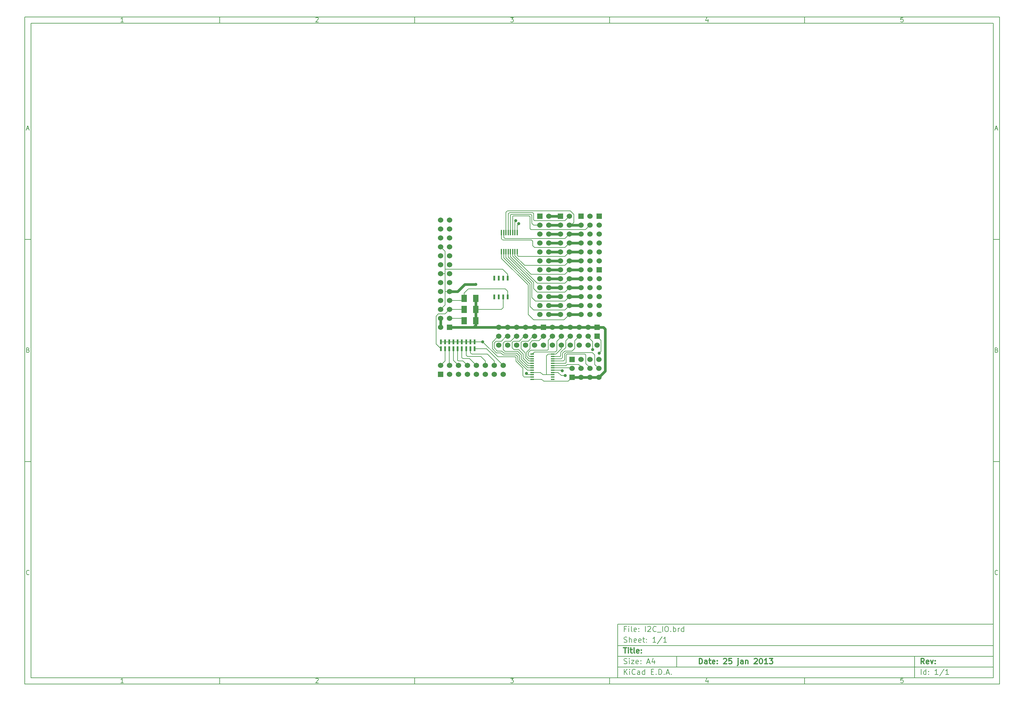
<source format=gtl>
G04 (created by PCBNEW-RS274X (2012-apr-16-27)-stable) date Fri 25 Jan 2013 18:12:53 GMT*
G01*
G70*
G90*
%MOIN*%
G04 Gerber Fmt 3.4, Leading zero omitted, Abs format*
%FSLAX34Y34*%
G04 APERTURE LIST*
%ADD10C,0.006000*%
%ADD11C,0.012000*%
%ADD12R,0.060000X0.060000*%
%ADD13C,0.060000*%
%ADD14R,0.060000X0.080000*%
%ADD15R,0.023600X0.055100*%
%ADD16R,0.017700X0.059000*%
%ADD17R,0.039000X0.012000*%
%ADD18C,0.035000*%
%ADD19C,0.008000*%
%ADD20C,0.029500*%
G04 APERTURE END LIST*
G54D10*
X04000Y-04000D02*
X113000Y-04000D01*
X113000Y-78670D01*
X04000Y-78670D01*
X04000Y-04000D01*
X04700Y-04700D02*
X112300Y-04700D01*
X112300Y-77970D01*
X04700Y-77970D01*
X04700Y-04700D01*
X25800Y-04000D02*
X25800Y-04700D01*
X15043Y-04552D02*
X14757Y-04552D01*
X14900Y-04552D02*
X14900Y-04052D01*
X14852Y-04124D01*
X14805Y-04171D01*
X14757Y-04195D01*
X25800Y-78670D02*
X25800Y-77970D01*
X15043Y-78522D02*
X14757Y-78522D01*
X14900Y-78522D02*
X14900Y-78022D01*
X14852Y-78094D01*
X14805Y-78141D01*
X14757Y-78165D01*
X47600Y-04000D02*
X47600Y-04700D01*
X36557Y-04100D02*
X36581Y-04076D01*
X36629Y-04052D01*
X36748Y-04052D01*
X36795Y-04076D01*
X36819Y-04100D01*
X36843Y-04148D01*
X36843Y-04195D01*
X36819Y-04267D01*
X36533Y-04552D01*
X36843Y-04552D01*
X47600Y-78670D02*
X47600Y-77970D01*
X36557Y-78070D02*
X36581Y-78046D01*
X36629Y-78022D01*
X36748Y-78022D01*
X36795Y-78046D01*
X36819Y-78070D01*
X36843Y-78118D01*
X36843Y-78165D01*
X36819Y-78237D01*
X36533Y-78522D01*
X36843Y-78522D01*
X69400Y-04000D02*
X69400Y-04700D01*
X58333Y-04052D02*
X58643Y-04052D01*
X58476Y-04243D01*
X58548Y-04243D01*
X58595Y-04267D01*
X58619Y-04290D01*
X58643Y-04338D01*
X58643Y-04457D01*
X58619Y-04505D01*
X58595Y-04529D01*
X58548Y-04552D01*
X58405Y-04552D01*
X58357Y-04529D01*
X58333Y-04505D01*
X69400Y-78670D02*
X69400Y-77970D01*
X58333Y-78022D02*
X58643Y-78022D01*
X58476Y-78213D01*
X58548Y-78213D01*
X58595Y-78237D01*
X58619Y-78260D01*
X58643Y-78308D01*
X58643Y-78427D01*
X58619Y-78475D01*
X58595Y-78499D01*
X58548Y-78522D01*
X58405Y-78522D01*
X58357Y-78499D01*
X58333Y-78475D01*
X91200Y-04000D02*
X91200Y-04700D01*
X80395Y-04219D02*
X80395Y-04552D01*
X80276Y-04029D02*
X80157Y-04386D01*
X80467Y-04386D01*
X91200Y-78670D02*
X91200Y-77970D01*
X80395Y-78189D02*
X80395Y-78522D01*
X80276Y-77999D02*
X80157Y-78356D01*
X80467Y-78356D01*
X102219Y-04052D02*
X101981Y-04052D01*
X101957Y-04290D01*
X101981Y-04267D01*
X102029Y-04243D01*
X102148Y-04243D01*
X102195Y-04267D01*
X102219Y-04290D01*
X102243Y-04338D01*
X102243Y-04457D01*
X102219Y-04505D01*
X102195Y-04529D01*
X102148Y-04552D01*
X102029Y-04552D01*
X101981Y-04529D01*
X101957Y-04505D01*
X102219Y-78022D02*
X101981Y-78022D01*
X101957Y-78260D01*
X101981Y-78237D01*
X102029Y-78213D01*
X102148Y-78213D01*
X102195Y-78237D01*
X102219Y-78260D01*
X102243Y-78308D01*
X102243Y-78427D01*
X102219Y-78475D01*
X102195Y-78499D01*
X102148Y-78522D01*
X102029Y-78522D01*
X101981Y-78499D01*
X101957Y-78475D01*
X04000Y-28890D02*
X04700Y-28890D01*
X04231Y-16510D02*
X04469Y-16510D01*
X04184Y-16652D02*
X04350Y-16152D01*
X04517Y-16652D01*
X113000Y-28890D02*
X112300Y-28890D01*
X112531Y-16510D02*
X112769Y-16510D01*
X112484Y-16652D02*
X112650Y-16152D01*
X112817Y-16652D01*
X04000Y-53780D02*
X04700Y-53780D01*
X04386Y-41280D02*
X04457Y-41304D01*
X04481Y-41328D01*
X04505Y-41376D01*
X04505Y-41447D01*
X04481Y-41495D01*
X04457Y-41519D01*
X04410Y-41542D01*
X04219Y-41542D01*
X04219Y-41042D01*
X04386Y-41042D01*
X04433Y-41066D01*
X04457Y-41090D01*
X04481Y-41138D01*
X04481Y-41185D01*
X04457Y-41233D01*
X04433Y-41257D01*
X04386Y-41280D01*
X04219Y-41280D01*
X113000Y-53780D02*
X112300Y-53780D01*
X112686Y-41280D02*
X112757Y-41304D01*
X112781Y-41328D01*
X112805Y-41376D01*
X112805Y-41447D01*
X112781Y-41495D01*
X112757Y-41519D01*
X112710Y-41542D01*
X112519Y-41542D01*
X112519Y-41042D01*
X112686Y-41042D01*
X112733Y-41066D01*
X112757Y-41090D01*
X112781Y-41138D01*
X112781Y-41185D01*
X112757Y-41233D01*
X112733Y-41257D01*
X112686Y-41280D01*
X112519Y-41280D01*
X04505Y-66385D02*
X04481Y-66409D01*
X04410Y-66432D01*
X04362Y-66432D01*
X04290Y-66409D01*
X04243Y-66361D01*
X04219Y-66313D01*
X04195Y-66218D01*
X04195Y-66147D01*
X04219Y-66051D01*
X04243Y-66004D01*
X04290Y-65956D01*
X04362Y-65932D01*
X04410Y-65932D01*
X04481Y-65956D01*
X04505Y-65980D01*
X112805Y-66385D02*
X112781Y-66409D01*
X112710Y-66432D01*
X112662Y-66432D01*
X112590Y-66409D01*
X112543Y-66361D01*
X112519Y-66313D01*
X112495Y-66218D01*
X112495Y-66147D01*
X112519Y-66051D01*
X112543Y-66004D01*
X112590Y-65956D01*
X112662Y-65932D01*
X112710Y-65932D01*
X112781Y-65956D01*
X112805Y-65980D01*
G54D11*
X79443Y-76413D02*
X79443Y-75813D01*
X79586Y-75813D01*
X79671Y-75841D01*
X79729Y-75899D01*
X79757Y-75956D01*
X79786Y-76070D01*
X79786Y-76156D01*
X79757Y-76270D01*
X79729Y-76327D01*
X79671Y-76384D01*
X79586Y-76413D01*
X79443Y-76413D01*
X80300Y-76413D02*
X80300Y-76099D01*
X80271Y-76041D01*
X80214Y-76013D01*
X80100Y-76013D01*
X80043Y-76041D01*
X80300Y-76384D02*
X80243Y-76413D01*
X80100Y-76413D01*
X80043Y-76384D01*
X80014Y-76327D01*
X80014Y-76270D01*
X80043Y-76213D01*
X80100Y-76184D01*
X80243Y-76184D01*
X80300Y-76156D01*
X80500Y-76013D02*
X80729Y-76013D01*
X80586Y-75813D02*
X80586Y-76327D01*
X80614Y-76384D01*
X80672Y-76413D01*
X80729Y-76413D01*
X81157Y-76384D02*
X81100Y-76413D01*
X80986Y-76413D01*
X80929Y-76384D01*
X80900Y-76327D01*
X80900Y-76099D01*
X80929Y-76041D01*
X80986Y-76013D01*
X81100Y-76013D01*
X81157Y-76041D01*
X81186Y-76099D01*
X81186Y-76156D01*
X80900Y-76213D01*
X81443Y-76356D02*
X81471Y-76384D01*
X81443Y-76413D01*
X81414Y-76384D01*
X81443Y-76356D01*
X81443Y-76413D01*
X81443Y-76041D02*
X81471Y-76070D01*
X81443Y-76099D01*
X81414Y-76070D01*
X81443Y-76041D01*
X81443Y-76099D01*
X82157Y-75870D02*
X82186Y-75841D01*
X82243Y-75813D01*
X82386Y-75813D01*
X82443Y-75841D01*
X82472Y-75870D01*
X82500Y-75927D01*
X82500Y-75984D01*
X82472Y-76070D01*
X82129Y-76413D01*
X82500Y-76413D01*
X83043Y-75813D02*
X82757Y-75813D01*
X82728Y-76099D01*
X82757Y-76070D01*
X82814Y-76041D01*
X82957Y-76041D01*
X83014Y-76070D01*
X83043Y-76099D01*
X83071Y-76156D01*
X83071Y-76299D01*
X83043Y-76356D01*
X83014Y-76384D01*
X82957Y-76413D01*
X82814Y-76413D01*
X82757Y-76384D01*
X82728Y-76356D01*
X83785Y-76013D02*
X83785Y-76527D01*
X83756Y-76584D01*
X83699Y-76613D01*
X83671Y-76613D01*
X83785Y-75813D02*
X83756Y-75841D01*
X83785Y-75870D01*
X83813Y-75841D01*
X83785Y-75813D01*
X83785Y-75870D01*
X84328Y-76413D02*
X84328Y-76099D01*
X84299Y-76041D01*
X84242Y-76013D01*
X84128Y-76013D01*
X84071Y-76041D01*
X84328Y-76384D02*
X84271Y-76413D01*
X84128Y-76413D01*
X84071Y-76384D01*
X84042Y-76327D01*
X84042Y-76270D01*
X84071Y-76213D01*
X84128Y-76184D01*
X84271Y-76184D01*
X84328Y-76156D01*
X84614Y-76013D02*
X84614Y-76413D01*
X84614Y-76070D02*
X84642Y-76041D01*
X84700Y-76013D01*
X84785Y-76013D01*
X84842Y-76041D01*
X84871Y-76099D01*
X84871Y-76413D01*
X85585Y-75870D02*
X85614Y-75841D01*
X85671Y-75813D01*
X85814Y-75813D01*
X85871Y-75841D01*
X85900Y-75870D01*
X85928Y-75927D01*
X85928Y-75984D01*
X85900Y-76070D01*
X85557Y-76413D01*
X85928Y-76413D01*
X86299Y-75813D02*
X86356Y-75813D01*
X86413Y-75841D01*
X86442Y-75870D01*
X86471Y-75927D01*
X86499Y-76041D01*
X86499Y-76184D01*
X86471Y-76299D01*
X86442Y-76356D01*
X86413Y-76384D01*
X86356Y-76413D01*
X86299Y-76413D01*
X86242Y-76384D01*
X86213Y-76356D01*
X86185Y-76299D01*
X86156Y-76184D01*
X86156Y-76041D01*
X86185Y-75927D01*
X86213Y-75870D01*
X86242Y-75841D01*
X86299Y-75813D01*
X87070Y-76413D02*
X86727Y-76413D01*
X86899Y-76413D02*
X86899Y-75813D01*
X86842Y-75899D01*
X86784Y-75956D01*
X86727Y-75984D01*
X87270Y-75813D02*
X87641Y-75813D01*
X87441Y-76041D01*
X87527Y-76041D01*
X87584Y-76070D01*
X87613Y-76099D01*
X87641Y-76156D01*
X87641Y-76299D01*
X87613Y-76356D01*
X87584Y-76384D01*
X87527Y-76413D01*
X87355Y-76413D01*
X87298Y-76384D01*
X87270Y-76356D01*
G54D10*
X71043Y-77613D02*
X71043Y-77013D01*
X71386Y-77613D02*
X71129Y-77270D01*
X71386Y-77013D02*
X71043Y-77356D01*
X71643Y-77613D02*
X71643Y-77213D01*
X71643Y-77013D02*
X71614Y-77041D01*
X71643Y-77070D01*
X71671Y-77041D01*
X71643Y-77013D01*
X71643Y-77070D01*
X72272Y-77556D02*
X72243Y-77584D01*
X72157Y-77613D01*
X72100Y-77613D01*
X72015Y-77584D01*
X71957Y-77527D01*
X71929Y-77470D01*
X71900Y-77356D01*
X71900Y-77270D01*
X71929Y-77156D01*
X71957Y-77099D01*
X72015Y-77041D01*
X72100Y-77013D01*
X72157Y-77013D01*
X72243Y-77041D01*
X72272Y-77070D01*
X72786Y-77613D02*
X72786Y-77299D01*
X72757Y-77241D01*
X72700Y-77213D01*
X72586Y-77213D01*
X72529Y-77241D01*
X72786Y-77584D02*
X72729Y-77613D01*
X72586Y-77613D01*
X72529Y-77584D01*
X72500Y-77527D01*
X72500Y-77470D01*
X72529Y-77413D01*
X72586Y-77384D01*
X72729Y-77384D01*
X72786Y-77356D01*
X73329Y-77613D02*
X73329Y-77013D01*
X73329Y-77584D02*
X73272Y-77613D01*
X73158Y-77613D01*
X73100Y-77584D01*
X73072Y-77556D01*
X73043Y-77499D01*
X73043Y-77327D01*
X73072Y-77270D01*
X73100Y-77241D01*
X73158Y-77213D01*
X73272Y-77213D01*
X73329Y-77241D01*
X74072Y-77299D02*
X74272Y-77299D01*
X74358Y-77613D02*
X74072Y-77613D01*
X74072Y-77013D01*
X74358Y-77013D01*
X74615Y-77556D02*
X74643Y-77584D01*
X74615Y-77613D01*
X74586Y-77584D01*
X74615Y-77556D01*
X74615Y-77613D01*
X74901Y-77613D02*
X74901Y-77013D01*
X75044Y-77013D01*
X75129Y-77041D01*
X75187Y-77099D01*
X75215Y-77156D01*
X75244Y-77270D01*
X75244Y-77356D01*
X75215Y-77470D01*
X75187Y-77527D01*
X75129Y-77584D01*
X75044Y-77613D01*
X74901Y-77613D01*
X75501Y-77556D02*
X75529Y-77584D01*
X75501Y-77613D01*
X75472Y-77584D01*
X75501Y-77556D01*
X75501Y-77613D01*
X75758Y-77441D02*
X76044Y-77441D01*
X75701Y-77613D02*
X75901Y-77013D01*
X76101Y-77613D01*
X76301Y-77556D02*
X76329Y-77584D01*
X76301Y-77613D01*
X76272Y-77584D01*
X76301Y-77556D01*
X76301Y-77613D01*
G54D11*
X104586Y-76413D02*
X104386Y-76127D01*
X104243Y-76413D02*
X104243Y-75813D01*
X104471Y-75813D01*
X104529Y-75841D01*
X104557Y-75870D01*
X104586Y-75927D01*
X104586Y-76013D01*
X104557Y-76070D01*
X104529Y-76099D01*
X104471Y-76127D01*
X104243Y-76127D01*
X105071Y-76384D02*
X105014Y-76413D01*
X104900Y-76413D01*
X104843Y-76384D01*
X104814Y-76327D01*
X104814Y-76099D01*
X104843Y-76041D01*
X104900Y-76013D01*
X105014Y-76013D01*
X105071Y-76041D01*
X105100Y-76099D01*
X105100Y-76156D01*
X104814Y-76213D01*
X105300Y-76013D02*
X105443Y-76413D01*
X105585Y-76013D01*
X105814Y-76356D02*
X105842Y-76384D01*
X105814Y-76413D01*
X105785Y-76384D01*
X105814Y-76356D01*
X105814Y-76413D01*
X105814Y-76041D02*
X105842Y-76070D01*
X105814Y-76099D01*
X105785Y-76070D01*
X105814Y-76041D01*
X105814Y-76099D01*
G54D10*
X71014Y-76384D02*
X71100Y-76413D01*
X71243Y-76413D01*
X71300Y-76384D01*
X71329Y-76356D01*
X71357Y-76299D01*
X71357Y-76241D01*
X71329Y-76184D01*
X71300Y-76156D01*
X71243Y-76127D01*
X71129Y-76099D01*
X71071Y-76070D01*
X71043Y-76041D01*
X71014Y-75984D01*
X71014Y-75927D01*
X71043Y-75870D01*
X71071Y-75841D01*
X71129Y-75813D01*
X71271Y-75813D01*
X71357Y-75841D01*
X71614Y-76413D02*
X71614Y-76013D01*
X71614Y-75813D02*
X71585Y-75841D01*
X71614Y-75870D01*
X71642Y-75841D01*
X71614Y-75813D01*
X71614Y-75870D01*
X71843Y-76013D02*
X72157Y-76013D01*
X71843Y-76413D01*
X72157Y-76413D01*
X72614Y-76384D02*
X72557Y-76413D01*
X72443Y-76413D01*
X72386Y-76384D01*
X72357Y-76327D01*
X72357Y-76099D01*
X72386Y-76041D01*
X72443Y-76013D01*
X72557Y-76013D01*
X72614Y-76041D01*
X72643Y-76099D01*
X72643Y-76156D01*
X72357Y-76213D01*
X72900Y-76356D02*
X72928Y-76384D01*
X72900Y-76413D01*
X72871Y-76384D01*
X72900Y-76356D01*
X72900Y-76413D01*
X72900Y-76041D02*
X72928Y-76070D01*
X72900Y-76099D01*
X72871Y-76070D01*
X72900Y-76041D01*
X72900Y-76099D01*
X73614Y-76241D02*
X73900Y-76241D01*
X73557Y-76413D02*
X73757Y-75813D01*
X73957Y-76413D01*
X74414Y-76013D02*
X74414Y-76413D01*
X74271Y-75784D02*
X74128Y-76213D01*
X74500Y-76213D01*
X104243Y-77613D02*
X104243Y-77013D01*
X104786Y-77613D02*
X104786Y-77013D01*
X104786Y-77584D02*
X104729Y-77613D01*
X104615Y-77613D01*
X104557Y-77584D01*
X104529Y-77556D01*
X104500Y-77499D01*
X104500Y-77327D01*
X104529Y-77270D01*
X104557Y-77241D01*
X104615Y-77213D01*
X104729Y-77213D01*
X104786Y-77241D01*
X105072Y-77556D02*
X105100Y-77584D01*
X105072Y-77613D01*
X105043Y-77584D01*
X105072Y-77556D01*
X105072Y-77613D01*
X105072Y-77241D02*
X105100Y-77270D01*
X105072Y-77299D01*
X105043Y-77270D01*
X105072Y-77241D01*
X105072Y-77299D01*
X106129Y-77613D02*
X105786Y-77613D01*
X105958Y-77613D02*
X105958Y-77013D01*
X105901Y-77099D01*
X105843Y-77156D01*
X105786Y-77184D01*
X106814Y-76984D02*
X106300Y-77756D01*
X107329Y-77613D02*
X106986Y-77613D01*
X107158Y-77613D02*
X107158Y-77013D01*
X107101Y-77099D01*
X107043Y-77156D01*
X106986Y-77184D01*
G54D11*
X70957Y-74613D02*
X71300Y-74613D01*
X71129Y-75213D02*
X71129Y-74613D01*
X71500Y-75213D02*
X71500Y-74813D01*
X71500Y-74613D02*
X71471Y-74641D01*
X71500Y-74670D01*
X71528Y-74641D01*
X71500Y-74613D01*
X71500Y-74670D01*
X71700Y-74813D02*
X71929Y-74813D01*
X71786Y-74613D02*
X71786Y-75127D01*
X71814Y-75184D01*
X71872Y-75213D01*
X71929Y-75213D01*
X72215Y-75213D02*
X72157Y-75184D01*
X72129Y-75127D01*
X72129Y-74613D01*
X72671Y-75184D02*
X72614Y-75213D01*
X72500Y-75213D01*
X72443Y-75184D01*
X72414Y-75127D01*
X72414Y-74899D01*
X72443Y-74841D01*
X72500Y-74813D01*
X72614Y-74813D01*
X72671Y-74841D01*
X72700Y-74899D01*
X72700Y-74956D01*
X72414Y-75013D01*
X72957Y-75156D02*
X72985Y-75184D01*
X72957Y-75213D01*
X72928Y-75184D01*
X72957Y-75156D01*
X72957Y-75213D01*
X72957Y-74841D02*
X72985Y-74870D01*
X72957Y-74899D01*
X72928Y-74870D01*
X72957Y-74841D01*
X72957Y-74899D01*
G54D10*
X71243Y-72499D02*
X71043Y-72499D01*
X71043Y-72813D02*
X71043Y-72213D01*
X71329Y-72213D01*
X71557Y-72813D02*
X71557Y-72413D01*
X71557Y-72213D02*
X71528Y-72241D01*
X71557Y-72270D01*
X71585Y-72241D01*
X71557Y-72213D01*
X71557Y-72270D01*
X71929Y-72813D02*
X71871Y-72784D01*
X71843Y-72727D01*
X71843Y-72213D01*
X72385Y-72784D02*
X72328Y-72813D01*
X72214Y-72813D01*
X72157Y-72784D01*
X72128Y-72727D01*
X72128Y-72499D01*
X72157Y-72441D01*
X72214Y-72413D01*
X72328Y-72413D01*
X72385Y-72441D01*
X72414Y-72499D01*
X72414Y-72556D01*
X72128Y-72613D01*
X72671Y-72756D02*
X72699Y-72784D01*
X72671Y-72813D01*
X72642Y-72784D01*
X72671Y-72756D01*
X72671Y-72813D01*
X72671Y-72441D02*
X72699Y-72470D01*
X72671Y-72499D01*
X72642Y-72470D01*
X72671Y-72441D01*
X72671Y-72499D01*
X73414Y-72813D02*
X73414Y-72213D01*
X73671Y-72270D02*
X73700Y-72241D01*
X73757Y-72213D01*
X73900Y-72213D01*
X73957Y-72241D01*
X73986Y-72270D01*
X74014Y-72327D01*
X74014Y-72384D01*
X73986Y-72470D01*
X73643Y-72813D01*
X74014Y-72813D01*
X74614Y-72756D02*
X74585Y-72784D01*
X74499Y-72813D01*
X74442Y-72813D01*
X74357Y-72784D01*
X74299Y-72727D01*
X74271Y-72670D01*
X74242Y-72556D01*
X74242Y-72470D01*
X74271Y-72356D01*
X74299Y-72299D01*
X74357Y-72241D01*
X74442Y-72213D01*
X74499Y-72213D01*
X74585Y-72241D01*
X74614Y-72270D01*
X74728Y-72870D02*
X75185Y-72870D01*
X75328Y-72813D02*
X75328Y-72213D01*
X75728Y-72213D02*
X75842Y-72213D01*
X75900Y-72241D01*
X75957Y-72299D01*
X75985Y-72413D01*
X75985Y-72613D01*
X75957Y-72727D01*
X75900Y-72784D01*
X75842Y-72813D01*
X75728Y-72813D01*
X75671Y-72784D01*
X75614Y-72727D01*
X75585Y-72613D01*
X75585Y-72413D01*
X75614Y-72299D01*
X75671Y-72241D01*
X75728Y-72213D01*
X76243Y-72756D02*
X76271Y-72784D01*
X76243Y-72813D01*
X76214Y-72784D01*
X76243Y-72756D01*
X76243Y-72813D01*
X76529Y-72813D02*
X76529Y-72213D01*
X76529Y-72441D02*
X76586Y-72413D01*
X76700Y-72413D01*
X76757Y-72441D01*
X76786Y-72470D01*
X76815Y-72527D01*
X76815Y-72699D01*
X76786Y-72756D01*
X76757Y-72784D01*
X76700Y-72813D01*
X76586Y-72813D01*
X76529Y-72784D01*
X77072Y-72813D02*
X77072Y-72413D01*
X77072Y-72527D02*
X77100Y-72470D01*
X77129Y-72441D01*
X77186Y-72413D01*
X77243Y-72413D01*
X77700Y-72813D02*
X77700Y-72213D01*
X77700Y-72784D02*
X77643Y-72813D01*
X77529Y-72813D01*
X77471Y-72784D01*
X77443Y-72756D01*
X77414Y-72699D01*
X77414Y-72527D01*
X77443Y-72470D01*
X77471Y-72441D01*
X77529Y-72413D01*
X77643Y-72413D01*
X77700Y-72441D01*
X71014Y-73984D02*
X71100Y-74013D01*
X71243Y-74013D01*
X71300Y-73984D01*
X71329Y-73956D01*
X71357Y-73899D01*
X71357Y-73841D01*
X71329Y-73784D01*
X71300Y-73756D01*
X71243Y-73727D01*
X71129Y-73699D01*
X71071Y-73670D01*
X71043Y-73641D01*
X71014Y-73584D01*
X71014Y-73527D01*
X71043Y-73470D01*
X71071Y-73441D01*
X71129Y-73413D01*
X71271Y-73413D01*
X71357Y-73441D01*
X71614Y-74013D02*
X71614Y-73413D01*
X71871Y-74013D02*
X71871Y-73699D01*
X71842Y-73641D01*
X71785Y-73613D01*
X71700Y-73613D01*
X71642Y-73641D01*
X71614Y-73670D01*
X72385Y-73984D02*
X72328Y-74013D01*
X72214Y-74013D01*
X72157Y-73984D01*
X72128Y-73927D01*
X72128Y-73699D01*
X72157Y-73641D01*
X72214Y-73613D01*
X72328Y-73613D01*
X72385Y-73641D01*
X72414Y-73699D01*
X72414Y-73756D01*
X72128Y-73813D01*
X72899Y-73984D02*
X72842Y-74013D01*
X72728Y-74013D01*
X72671Y-73984D01*
X72642Y-73927D01*
X72642Y-73699D01*
X72671Y-73641D01*
X72728Y-73613D01*
X72842Y-73613D01*
X72899Y-73641D01*
X72928Y-73699D01*
X72928Y-73756D01*
X72642Y-73813D01*
X73099Y-73613D02*
X73328Y-73613D01*
X73185Y-73413D02*
X73185Y-73927D01*
X73213Y-73984D01*
X73271Y-74013D01*
X73328Y-74013D01*
X73528Y-73956D02*
X73556Y-73984D01*
X73528Y-74013D01*
X73499Y-73984D01*
X73528Y-73956D01*
X73528Y-74013D01*
X73528Y-73641D02*
X73556Y-73670D01*
X73528Y-73699D01*
X73499Y-73670D01*
X73528Y-73641D01*
X73528Y-73699D01*
X74585Y-74013D02*
X74242Y-74013D01*
X74414Y-74013D02*
X74414Y-73413D01*
X74357Y-73499D01*
X74299Y-73556D01*
X74242Y-73584D01*
X75270Y-73384D02*
X74756Y-74156D01*
X75785Y-74013D02*
X75442Y-74013D01*
X75614Y-74013D02*
X75614Y-73413D01*
X75557Y-73499D01*
X75499Y-73556D01*
X75442Y-73584D01*
X70300Y-71970D02*
X70300Y-77970D01*
X70300Y-71970D02*
X112300Y-71970D01*
X70300Y-71970D02*
X112300Y-71970D01*
X70300Y-74370D02*
X112300Y-74370D01*
X103500Y-75570D02*
X103500Y-77970D01*
X70300Y-76770D02*
X112300Y-76770D01*
X70300Y-75570D02*
X112300Y-75570D01*
X76900Y-75570D02*
X76900Y-76770D01*
G54D12*
X50500Y-44000D03*
G54D13*
X50500Y-43000D03*
X51500Y-44000D03*
X51500Y-43000D03*
X52500Y-44000D03*
X52500Y-43000D03*
X53500Y-44000D03*
X53500Y-43000D03*
X54500Y-44000D03*
X54500Y-43000D03*
X55500Y-44000D03*
X55500Y-43000D03*
X56500Y-44000D03*
X56500Y-43000D03*
X57500Y-44000D03*
X57500Y-43000D03*
G54D14*
X54450Y-35500D03*
X53150Y-35500D03*
X54450Y-38000D03*
X53150Y-38000D03*
X54450Y-36750D03*
X53150Y-36750D03*
G54D12*
X51500Y-38750D03*
G54D13*
X50500Y-38750D03*
X51500Y-37750D03*
X50500Y-37750D03*
X51500Y-36750D03*
X50500Y-36750D03*
X51500Y-35750D03*
X50500Y-35750D03*
X51500Y-34750D03*
X50500Y-34750D03*
X51500Y-33750D03*
X50500Y-33750D03*
X51500Y-32750D03*
X50500Y-32750D03*
X51500Y-31750D03*
X50500Y-31750D03*
X51500Y-30750D03*
X50500Y-30750D03*
X51500Y-29750D03*
X50500Y-29750D03*
X51500Y-28750D03*
X50500Y-28750D03*
X51500Y-27750D03*
X50500Y-27750D03*
X51500Y-26750D03*
X50500Y-26750D03*
G54D15*
X56500Y-33250D03*
X56500Y-35350D03*
X57000Y-33250D03*
X57500Y-33250D03*
X58000Y-33250D03*
X57000Y-35350D03*
X57500Y-35350D03*
X58000Y-35350D03*
X53838Y-40356D03*
X53838Y-41144D03*
X52892Y-40356D03*
X52892Y-41144D03*
X52419Y-40356D03*
X53364Y-41144D03*
X53364Y-40356D03*
X54310Y-41144D03*
X52419Y-41144D03*
X54310Y-40356D03*
X51947Y-40356D03*
X50530Y-41144D03*
X51947Y-41144D03*
X51474Y-40356D03*
X51474Y-41144D03*
X50530Y-40356D03*
X51002Y-41144D03*
X51002Y-40356D03*
G54D12*
X65200Y-42350D03*
G54D13*
X66200Y-42350D03*
X67200Y-42350D03*
X68200Y-42350D03*
G54D12*
X68000Y-39750D03*
G54D13*
X68000Y-40750D03*
X67000Y-39750D03*
X67000Y-40750D03*
X66000Y-39750D03*
X66000Y-40750D03*
X65000Y-39750D03*
X65000Y-40750D03*
X64000Y-39750D03*
X64000Y-40750D03*
X63000Y-39750D03*
X63000Y-40750D03*
X62000Y-39750D03*
X62000Y-40750D03*
X61000Y-39750D03*
X61000Y-40750D03*
X60000Y-39750D03*
X60000Y-40750D03*
X59000Y-39750D03*
X59000Y-40750D03*
X58000Y-39750D03*
X58000Y-40750D03*
X57000Y-39750D03*
X57000Y-40750D03*
G54D12*
X61600Y-26300D03*
G54D13*
X62600Y-26300D03*
X61600Y-27300D03*
X62600Y-27300D03*
X61600Y-28300D03*
X62600Y-28300D03*
X61600Y-29300D03*
X62600Y-29300D03*
X61600Y-30300D03*
X62600Y-30300D03*
X61600Y-31300D03*
X62600Y-31300D03*
X61600Y-32300D03*
X62600Y-32300D03*
X61600Y-33300D03*
X62600Y-33300D03*
X61600Y-34300D03*
X62600Y-34300D03*
X61600Y-35300D03*
X62600Y-35300D03*
X61600Y-36300D03*
X62600Y-36300D03*
X61600Y-37300D03*
X62600Y-37300D03*
G54D12*
X63900Y-26300D03*
G54D13*
X64900Y-26300D03*
X63900Y-27300D03*
X64900Y-27300D03*
X63900Y-28300D03*
X64900Y-28300D03*
X63900Y-29300D03*
X64900Y-29300D03*
X63900Y-30300D03*
X64900Y-30300D03*
X63900Y-31300D03*
X64900Y-31300D03*
X63900Y-32300D03*
X64900Y-32300D03*
X63900Y-33300D03*
X64900Y-33300D03*
X63900Y-34300D03*
X64900Y-34300D03*
X63900Y-35300D03*
X64900Y-35300D03*
X63900Y-36300D03*
X64900Y-36300D03*
X63900Y-37300D03*
X64900Y-37300D03*
G54D12*
X66200Y-26300D03*
G54D13*
X67200Y-26300D03*
X66200Y-27300D03*
X67200Y-27300D03*
X66200Y-28300D03*
X67200Y-28300D03*
X66200Y-29300D03*
X67200Y-29300D03*
X66200Y-30300D03*
X67200Y-30300D03*
X66200Y-31300D03*
X67200Y-31300D03*
X66200Y-32300D03*
X67200Y-32300D03*
X66200Y-33300D03*
X67200Y-33300D03*
X66200Y-34300D03*
X67200Y-34300D03*
X66200Y-35300D03*
X67200Y-35300D03*
X66200Y-36300D03*
X67200Y-36300D03*
X66200Y-37300D03*
X67200Y-37300D03*
G54D16*
X57325Y-30259D03*
X57575Y-30259D03*
X57825Y-30259D03*
X58075Y-30259D03*
X58325Y-30259D03*
X58575Y-30259D03*
X58825Y-30259D03*
X59075Y-30259D03*
X59075Y-28141D03*
X58825Y-28141D03*
X58575Y-28141D03*
X58325Y-28141D03*
X58075Y-28141D03*
X57825Y-28141D03*
X57575Y-28141D03*
X57325Y-28141D03*
G54D17*
X63048Y-44557D03*
X63048Y-44301D03*
X63048Y-44045D03*
X63048Y-43789D03*
X63048Y-43533D03*
X63048Y-43277D03*
X63048Y-43023D03*
X63048Y-42767D03*
X63048Y-42511D03*
X63048Y-42255D03*
X63048Y-41999D03*
X63048Y-41743D03*
X60752Y-41743D03*
X60752Y-41999D03*
X60752Y-42255D03*
X60752Y-42511D03*
X60752Y-42767D03*
X60752Y-43023D03*
X60752Y-43277D03*
X60752Y-43533D03*
X60752Y-43789D03*
X60752Y-44045D03*
X60752Y-44301D03*
X60752Y-44557D03*
G54D12*
X68000Y-38750D03*
G54D13*
X67000Y-38750D03*
X66000Y-38750D03*
X65000Y-38750D03*
X64000Y-38750D03*
X63000Y-38750D03*
G54D12*
X68250Y-32300D03*
G54D13*
X68250Y-33300D03*
X68250Y-34300D03*
X68250Y-35300D03*
X68250Y-36300D03*
X68250Y-37300D03*
G54D12*
X65200Y-44350D03*
G54D13*
X65200Y-43350D03*
X66200Y-44350D03*
X66200Y-43350D03*
X67200Y-44350D03*
X67200Y-43350D03*
X68200Y-44350D03*
X68200Y-43350D03*
G54D12*
X62000Y-38750D03*
G54D13*
X61000Y-38750D03*
X60000Y-38750D03*
X59000Y-38750D03*
X58000Y-38750D03*
X57000Y-38750D03*
G54D12*
X68250Y-26300D03*
G54D13*
X68250Y-27300D03*
X68250Y-28300D03*
X68250Y-29300D03*
X68250Y-30300D03*
X68250Y-31300D03*
G54D18*
X54450Y-33950D03*
X59250Y-27150D03*
X55206Y-40356D03*
X60100Y-43900D03*
X58900Y-26800D03*
X67500Y-41250D03*
X64100Y-43600D03*
X64450Y-44150D03*
X68250Y-41650D03*
G54D19*
X63048Y-41743D02*
X63407Y-41743D01*
X50500Y-36750D02*
X51000Y-36250D01*
X51000Y-36250D02*
X51000Y-34750D01*
X64000Y-41150D02*
X64000Y-40750D01*
X58000Y-33250D02*
X58000Y-32800D01*
X62350Y-44045D02*
X63048Y-44045D01*
X61945Y-44045D02*
X62350Y-44045D01*
X60752Y-43789D02*
X61689Y-43789D01*
X51000Y-32750D02*
X51000Y-32250D01*
X51000Y-34750D02*
X51000Y-32750D01*
X62557Y-41743D02*
X62350Y-41950D01*
X62350Y-41950D02*
X62350Y-44045D01*
X58000Y-32800D02*
X57450Y-32250D01*
X51000Y-30250D02*
X50500Y-29750D01*
X50500Y-32750D02*
X51000Y-32750D01*
X67200Y-27300D02*
X66700Y-27800D01*
X51500Y-34750D02*
X51000Y-34750D01*
X63407Y-41743D02*
X64000Y-41150D01*
X51000Y-32250D02*
X51000Y-30250D01*
X58575Y-26307D02*
X58575Y-28141D01*
X60500Y-27700D02*
X60600Y-27800D01*
X60600Y-27800D02*
X66700Y-27800D01*
X58575Y-26307D02*
X58600Y-26282D01*
X60400Y-26282D02*
X60500Y-26382D01*
X58600Y-26282D02*
X60400Y-26282D01*
X60500Y-26382D02*
X60500Y-27700D01*
G54D20*
X51500Y-34750D02*
X52400Y-34750D01*
X53200Y-33950D02*
X54450Y-33950D01*
X52400Y-34750D02*
X53200Y-33950D01*
G54D19*
X61689Y-43789D02*
X61945Y-44045D01*
X63048Y-41743D02*
X62557Y-41743D01*
X57450Y-32250D02*
X51000Y-32250D01*
X53150Y-35500D02*
X53150Y-34900D01*
X58000Y-34700D02*
X58000Y-35350D01*
X57750Y-34450D02*
X58000Y-34700D01*
X53600Y-34450D02*
X57750Y-34450D01*
X53150Y-34900D02*
X53600Y-34450D01*
X51500Y-35750D02*
X52900Y-35750D01*
X52900Y-35750D02*
X53150Y-35500D01*
X60700Y-26200D02*
X60700Y-27100D01*
G54D20*
X51500Y-38750D02*
X54200Y-38750D01*
G54D19*
X61807Y-44557D02*
X62030Y-44780D01*
X60752Y-44557D02*
X61807Y-44557D01*
X64770Y-44780D02*
X65200Y-44350D01*
X62030Y-44780D02*
X64770Y-44780D01*
X58400Y-26100D02*
X60600Y-26100D01*
G54D20*
X54200Y-38750D02*
X57000Y-38750D01*
X68900Y-43650D02*
X68200Y-44350D01*
G54D19*
X58325Y-28141D02*
X58325Y-26175D01*
G54D20*
X68900Y-38950D02*
X68900Y-43650D01*
X54450Y-38500D02*
X54200Y-38750D01*
X68700Y-38750D02*
X68900Y-38950D01*
G54D19*
X58325Y-26175D02*
X58400Y-26100D01*
G54D20*
X54450Y-38000D02*
X54450Y-38500D01*
X54450Y-36750D02*
X54450Y-38000D01*
X68000Y-38750D02*
X68700Y-38750D01*
X54450Y-35500D02*
X54450Y-36750D01*
G54D19*
X60900Y-27300D02*
X61600Y-27300D01*
X60700Y-27100D02*
X60900Y-27300D01*
X60600Y-26100D02*
X60700Y-26200D01*
G54D20*
X67000Y-38750D02*
X68000Y-38750D01*
X64000Y-38750D02*
X65000Y-38750D01*
X63000Y-38750D02*
X64000Y-38750D01*
X65000Y-38750D02*
X66000Y-38750D01*
X62000Y-38750D02*
X63000Y-38750D01*
X66000Y-38750D02*
X67000Y-38750D01*
G54D19*
X54450Y-36750D02*
X57300Y-36750D01*
X57300Y-36750D02*
X57500Y-36550D01*
G54D20*
X66200Y-44350D02*
X65200Y-44350D01*
G54D19*
X57500Y-36550D02*
X57500Y-35350D01*
G54D20*
X68200Y-44350D02*
X67200Y-44350D01*
X67200Y-44350D02*
X66200Y-44350D01*
X59000Y-38750D02*
X60000Y-38750D01*
X60000Y-38750D02*
X61000Y-38750D01*
X57000Y-38750D02*
X58000Y-38750D01*
X58000Y-38750D02*
X59000Y-38750D01*
X61000Y-38750D02*
X62000Y-38750D01*
X50500Y-37750D02*
X50500Y-38750D01*
G54D19*
X51500Y-36750D02*
X53150Y-36750D01*
X50000Y-40614D02*
X50530Y-41144D01*
X51500Y-36750D02*
X51000Y-37250D01*
X50250Y-37250D02*
X50000Y-37500D01*
X50000Y-37500D02*
X50000Y-40614D01*
X51000Y-37250D02*
X50250Y-37250D01*
X51500Y-37750D02*
X52900Y-37750D01*
X52900Y-37750D02*
X53150Y-38000D01*
X59700Y-43300D02*
X59700Y-43650D01*
X52419Y-40356D02*
X52892Y-40356D01*
X52892Y-40356D02*
X53364Y-40356D01*
X58950Y-42550D02*
X59700Y-43300D01*
X51947Y-40356D02*
X52419Y-40356D01*
X59851Y-44301D02*
X60351Y-44301D01*
X53364Y-40356D02*
X53838Y-40356D01*
X59700Y-43650D02*
X59700Y-44150D01*
X60752Y-44301D02*
X60351Y-44301D01*
X59700Y-44150D02*
X59851Y-44301D01*
X58950Y-42150D02*
X58950Y-42550D01*
X56900Y-42050D02*
X58850Y-42050D01*
X58850Y-42050D02*
X58950Y-42150D01*
X55206Y-40356D02*
X54310Y-40356D01*
X51474Y-40356D02*
X51947Y-40356D01*
X53838Y-40356D02*
X54310Y-40356D01*
X59075Y-28141D02*
X59075Y-28075D01*
X59075Y-28141D02*
X59075Y-27325D01*
X51002Y-40356D02*
X51474Y-40356D01*
X55206Y-40356D02*
X56900Y-42050D01*
X50530Y-40356D02*
X51002Y-40356D01*
X59075Y-27325D02*
X59250Y-27150D01*
X60752Y-44045D02*
X60245Y-44045D01*
X60245Y-44045D02*
X60100Y-43900D01*
X58900Y-26800D02*
X58825Y-26875D01*
X58825Y-28141D02*
X58825Y-26875D01*
X67000Y-39850D02*
X67000Y-39750D01*
X63048Y-43533D02*
X64033Y-43533D01*
X67500Y-41250D02*
X67500Y-40350D01*
X67500Y-40350D02*
X67000Y-39850D01*
X64033Y-43533D02*
X64100Y-43600D01*
X63048Y-43277D02*
X65127Y-43277D01*
X65127Y-43277D02*
X65200Y-43350D01*
X60350Y-41550D02*
X60582Y-41318D01*
X60582Y-41318D02*
X62482Y-41318D01*
X60350Y-41900D02*
X60350Y-41550D01*
X60449Y-41999D02*
X60350Y-41900D01*
X62550Y-40200D02*
X63000Y-39750D01*
X60752Y-41999D02*
X60449Y-41999D01*
X62550Y-41250D02*
X62550Y-40200D01*
X62482Y-41318D02*
X62550Y-41250D01*
X63950Y-41918D02*
X63950Y-41550D01*
X63869Y-41999D02*
X63950Y-41918D01*
X63048Y-41999D02*
X63869Y-41999D01*
X63950Y-41550D02*
X64500Y-41000D01*
X64500Y-41000D02*
X64500Y-40250D01*
X64500Y-40250D02*
X65000Y-39750D01*
X58950Y-41850D02*
X59150Y-42050D01*
X57500Y-41850D02*
X58950Y-41850D01*
X57000Y-39750D02*
X56950Y-39750D01*
X60225Y-43533D02*
X60752Y-43533D01*
X56300Y-40400D02*
X56300Y-41150D01*
X56300Y-41150D02*
X56750Y-41600D01*
X59150Y-42050D02*
X59150Y-42458D01*
X59150Y-42458D02*
X60225Y-43533D01*
X56950Y-39750D02*
X56300Y-40400D01*
X57250Y-41600D02*
X57500Y-41850D01*
X56750Y-41600D02*
X57250Y-41600D01*
X64483Y-42767D02*
X63048Y-42767D01*
X64550Y-42700D02*
X64483Y-42767D01*
X66650Y-41750D02*
X64650Y-41750D01*
X64550Y-41850D02*
X64550Y-42700D01*
X67200Y-43350D02*
X67200Y-43250D01*
X64650Y-41750D02*
X64550Y-41850D01*
X66750Y-41850D02*
X66650Y-41750D01*
X66750Y-42800D02*
X66750Y-41850D01*
X67200Y-43250D02*
X66750Y-42800D01*
X57700Y-41450D02*
X57500Y-41250D01*
X59150Y-41450D02*
X57700Y-41450D01*
X59550Y-41850D02*
X59150Y-41450D01*
X59550Y-42300D02*
X59550Y-41850D01*
X60273Y-43023D02*
X59550Y-42300D01*
X57500Y-41250D02*
X57500Y-40500D01*
X57500Y-40500D02*
X57700Y-40300D01*
X57700Y-40300D02*
X58350Y-40300D01*
X58350Y-40300D02*
X58900Y-39750D01*
X58900Y-39750D02*
X59000Y-39750D01*
X60752Y-43023D02*
X60273Y-43023D01*
X59750Y-42200D02*
X60317Y-42767D01*
X59750Y-41750D02*
X59750Y-42200D01*
X60317Y-42767D02*
X60752Y-42767D01*
X59250Y-41250D02*
X59750Y-41750D01*
X58700Y-41250D02*
X59250Y-41250D01*
X58500Y-41050D02*
X58700Y-41250D01*
X60000Y-39750D02*
X59850Y-39750D01*
X59300Y-40300D02*
X59850Y-39750D01*
X58650Y-40300D02*
X59300Y-40300D01*
X58500Y-40450D02*
X58650Y-40300D01*
X58500Y-41000D02*
X58500Y-40450D01*
X58500Y-41000D02*
X58500Y-41050D01*
X60361Y-42511D02*
X59968Y-42118D01*
X59968Y-41618D02*
X59500Y-41150D01*
X59500Y-41150D02*
X59500Y-40450D01*
X60752Y-42511D02*
X60361Y-42511D01*
X59500Y-40450D02*
X59650Y-40300D01*
X60300Y-40300D02*
X60850Y-39750D01*
X60850Y-39750D02*
X61000Y-39750D01*
X59968Y-42118D02*
X59968Y-41618D01*
X59650Y-40300D02*
X60300Y-40300D01*
G54D20*
X62600Y-27300D02*
X63900Y-27300D01*
X62600Y-33300D02*
X63900Y-33300D01*
X62600Y-34300D02*
X63900Y-34300D01*
X62600Y-26300D02*
X63900Y-26300D01*
X62600Y-35300D02*
X63900Y-35300D01*
X62600Y-37300D02*
X63900Y-37300D01*
X62600Y-32300D02*
X63900Y-32300D01*
X62600Y-36300D02*
X63900Y-36300D01*
X62600Y-31300D02*
X63900Y-31300D01*
X62600Y-30300D02*
X63900Y-30300D01*
X62600Y-29300D02*
X63900Y-29300D01*
X62600Y-28300D02*
X63900Y-28300D01*
G54D19*
X55644Y-41144D02*
X57500Y-43000D01*
X54310Y-41144D02*
X55644Y-41144D01*
X53838Y-41588D02*
X54000Y-41750D01*
X55750Y-41750D02*
X56500Y-42500D01*
X54000Y-41750D02*
X55750Y-41750D01*
X53838Y-41144D02*
X53838Y-41588D01*
X56500Y-42500D02*
X56500Y-43000D01*
X55500Y-42500D02*
X55500Y-43000D01*
X53500Y-42000D02*
X55000Y-42000D01*
X53364Y-41144D02*
X53364Y-41864D01*
X53364Y-41864D02*
X53500Y-42000D01*
X55000Y-42000D02*
X55500Y-42500D01*
X52892Y-42142D02*
X53000Y-42250D01*
X53750Y-42250D02*
X54500Y-43000D01*
X53000Y-42250D02*
X53750Y-42250D01*
X52892Y-41144D02*
X52892Y-42142D01*
X53000Y-42500D02*
X53500Y-43000D01*
X52419Y-41144D02*
X52419Y-42419D01*
X52419Y-42419D02*
X52500Y-42500D01*
X52500Y-42500D02*
X53000Y-42500D01*
X51947Y-42447D02*
X52500Y-43000D01*
X51947Y-41144D02*
X51947Y-42447D01*
X51474Y-41144D02*
X51474Y-42974D01*
X51474Y-42974D02*
X51500Y-43000D01*
X51002Y-42498D02*
X50500Y-43000D01*
X51002Y-41144D02*
X51002Y-42498D01*
X57325Y-31025D02*
X57325Y-30259D01*
X60300Y-37300D02*
X60300Y-34000D01*
X64300Y-37900D02*
X60900Y-37900D01*
X60300Y-34000D02*
X57325Y-31025D01*
G54D20*
X64900Y-37300D02*
X66200Y-37300D01*
G54D19*
X64900Y-37300D02*
X64300Y-37900D01*
X60900Y-37900D02*
X60300Y-37300D01*
G54D20*
X64900Y-35300D02*
X66200Y-35300D01*
G54D19*
X64400Y-35800D02*
X61100Y-35800D01*
X60700Y-35400D02*
X60700Y-33800D01*
X64900Y-35300D02*
X64400Y-35800D01*
X57825Y-30925D02*
X57825Y-30259D01*
X61100Y-35800D02*
X60700Y-35400D01*
X60700Y-33800D02*
X57825Y-30925D01*
X64400Y-33800D02*
X61300Y-33800D01*
G54D20*
X64900Y-33300D02*
X66200Y-33300D01*
G54D19*
X58325Y-30825D02*
X58325Y-30259D01*
X64900Y-33300D02*
X64400Y-33800D01*
X61300Y-33800D02*
X58325Y-30825D01*
X64400Y-30800D02*
X59200Y-30800D01*
X64900Y-30300D02*
X64400Y-30800D01*
X59200Y-30800D02*
X59075Y-30675D01*
G54D20*
X64900Y-30300D02*
X66200Y-30300D01*
G54D19*
X59075Y-30675D02*
X59075Y-30259D01*
X64400Y-28800D02*
X64900Y-28300D01*
X57575Y-28675D02*
X57700Y-28800D01*
X57575Y-28141D02*
X57575Y-28675D01*
G54D20*
X64900Y-28300D02*
X66200Y-28300D01*
G54D19*
X57700Y-28800D02*
X64400Y-28800D01*
X58400Y-25900D02*
X58200Y-25900D01*
X60900Y-26700D02*
X60900Y-26000D01*
X58200Y-25900D02*
X58075Y-26025D01*
X61000Y-26800D02*
X60900Y-26700D01*
X64400Y-26800D02*
X64900Y-26300D01*
X58075Y-26025D02*
X58075Y-27125D01*
X58400Y-25900D02*
X60700Y-25900D01*
X64400Y-26800D02*
X61000Y-26800D01*
X58075Y-28141D02*
X58075Y-27125D01*
X60900Y-26000D02*
X60800Y-25900D01*
X60800Y-25900D02*
X60700Y-25900D01*
X64650Y-42900D02*
X64527Y-43023D01*
X64527Y-43023D02*
X63048Y-43023D01*
X66200Y-43350D02*
X66200Y-43150D01*
X65950Y-42900D02*
X64650Y-42900D01*
X66200Y-43150D02*
X65950Y-42900D01*
X67750Y-42900D02*
X67750Y-41850D01*
X67750Y-41850D02*
X67468Y-41568D01*
X67468Y-41568D02*
X64532Y-41568D01*
X64532Y-41568D02*
X64368Y-41732D01*
X64368Y-41732D02*
X64368Y-42382D01*
X64368Y-42382D02*
X64239Y-42511D01*
X64239Y-42511D02*
X63048Y-42511D01*
X68200Y-43350D02*
X67750Y-42900D01*
X66000Y-39750D02*
X65500Y-40250D01*
X63995Y-42255D02*
X63048Y-42255D01*
X64150Y-42100D02*
X63995Y-42255D01*
X64150Y-41650D02*
X64150Y-42100D01*
X64414Y-41386D02*
X64150Y-41650D01*
X65200Y-41386D02*
X64414Y-41386D01*
X65500Y-41086D02*
X65200Y-41386D01*
X65500Y-40250D02*
X65500Y-41086D01*
X64000Y-39750D02*
X64000Y-39800D01*
X63500Y-40300D02*
X63500Y-41350D01*
X64000Y-39800D02*
X63500Y-40300D01*
X63350Y-41500D02*
X60995Y-41500D01*
X60995Y-41500D02*
X60752Y-41743D01*
X63500Y-41350D02*
X63350Y-41500D01*
X64000Y-44150D02*
X64450Y-44150D01*
X63639Y-43789D02*
X64000Y-44150D01*
X68450Y-41450D02*
X68450Y-40200D01*
X68450Y-40200D02*
X68000Y-39750D01*
X63048Y-43789D02*
X63639Y-43789D01*
X68250Y-41650D02*
X68450Y-41450D01*
X57600Y-41650D02*
X59050Y-41650D01*
X58000Y-39750D02*
X57850Y-39750D01*
X59350Y-41950D02*
X59350Y-42400D01*
X59350Y-42400D02*
X60227Y-43277D01*
X60227Y-43277D02*
X60752Y-43277D01*
X57350Y-41400D02*
X57600Y-41650D01*
X57850Y-39750D02*
X57300Y-40300D01*
X56500Y-40500D02*
X56500Y-41050D01*
X56850Y-41400D02*
X57350Y-41400D01*
X56700Y-40300D02*
X56500Y-40500D01*
X59050Y-41650D02*
X59350Y-41950D01*
X56500Y-41050D02*
X56850Y-41400D01*
X57300Y-40300D02*
X56700Y-40300D01*
X60752Y-42255D02*
X60405Y-42255D01*
X61500Y-40250D02*
X62000Y-39750D01*
X60750Y-40250D02*
X61500Y-40250D01*
X60500Y-40500D02*
X60750Y-40250D01*
X60500Y-41142D02*
X60500Y-40500D01*
X60150Y-41492D02*
X60500Y-41142D01*
X60150Y-42000D02*
X60150Y-41492D01*
X60405Y-42255D02*
X60150Y-42000D01*
X57482Y-28982D02*
X60682Y-28982D01*
X57325Y-28825D02*
X57482Y-28982D01*
X57325Y-28141D02*
X57325Y-28825D01*
X60800Y-29100D02*
X60800Y-29600D01*
X61000Y-29800D02*
X64400Y-29800D01*
G54D20*
X64900Y-29300D02*
X66200Y-29300D01*
G54D19*
X60682Y-28982D02*
X60800Y-29100D01*
X60800Y-29600D02*
X61000Y-29800D01*
X64400Y-29800D02*
X64900Y-29300D01*
X57575Y-30975D02*
X57575Y-30259D01*
X64900Y-36300D02*
X64400Y-36800D01*
G54D20*
X64900Y-36300D02*
X66200Y-36300D01*
G54D19*
X60500Y-36400D02*
X60500Y-33900D01*
X60900Y-36800D02*
X60500Y-36400D01*
X64400Y-36800D02*
X60900Y-36800D01*
X60500Y-33900D02*
X57575Y-30975D01*
X64900Y-34300D02*
X64400Y-34800D01*
X64400Y-34800D02*
X61300Y-34800D01*
X60900Y-34400D02*
X60900Y-33700D01*
G54D20*
X64900Y-34300D02*
X66200Y-34300D01*
G54D19*
X60900Y-33700D02*
X58075Y-30875D01*
X58075Y-30875D02*
X58075Y-30259D01*
X61300Y-34800D02*
X60900Y-34400D01*
X64900Y-32300D02*
X64400Y-32800D01*
X58575Y-30775D02*
X58575Y-30259D01*
X64400Y-32800D02*
X60600Y-32800D01*
G54D20*
X64900Y-32300D02*
X66200Y-32300D01*
G54D19*
X60600Y-32800D02*
X58575Y-30775D01*
X58825Y-30725D02*
X58825Y-30259D01*
X64400Y-31800D02*
X59900Y-31800D01*
X59900Y-31800D02*
X58825Y-30725D01*
X64900Y-31300D02*
X64400Y-31800D01*
G54D20*
X64900Y-31300D02*
X66200Y-31300D01*
G54D19*
X65400Y-27000D02*
X65400Y-26100D01*
X64900Y-27300D02*
X65100Y-27300D01*
G54D20*
X64900Y-27300D02*
X66200Y-27300D01*
G54D19*
X57825Y-25875D02*
X57825Y-28141D01*
X65100Y-27300D02*
X65400Y-27000D01*
X65400Y-26100D02*
X65010Y-25710D01*
X65010Y-25710D02*
X57990Y-25710D01*
X57990Y-25710D02*
X57825Y-25875D01*
M02*

</source>
